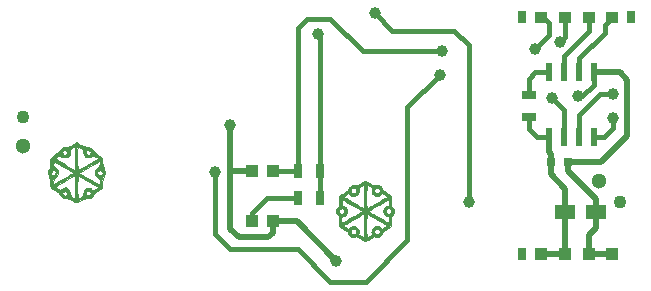
<source format=gbr>
G04 #@! TF.FileFunction,Copper,L2,Bot,Signal*
%FSLAX46Y46*%
G04 Gerber Fmt 4.6, Leading zero omitted, Abs format (unit mm)*
G04 Created by KiCad (PCBNEW 4.0.0-rc2-stable) date 2016-09-06 13:17:37*
%MOMM*%
G01*
G04 APERTURE LIST*
%ADD10C,0.100000*%
%ADD11C,0.010000*%
%ADD12R,0.800000X0.750000*%
%ADD13R,1.800000X1.230000*%
%ADD14C,1.300000*%
%ADD15C,1.100000*%
%ADD16R,0.750000X1.000000*%
%ADD17R,0.600000X1.520000*%
%ADD18R,1.000000X1.000000*%
%ADD19R,1.300000X0.700000*%
%ADD20R,0.700000X1.300000*%
%ADD21C,1.000000*%
%ADD22C,0.500000*%
%ADD23C,0.400000*%
G04 APERTURE END LIST*
D10*
D11*
G36*
X118823956Y-83896405D02*
X119114321Y-84033610D01*
X119427580Y-84123655D01*
X119467749Y-84129988D01*
X119738784Y-84203573D01*
X119892567Y-84348629D01*
X119907036Y-84375477D01*
X120039746Y-84540067D01*
X120256690Y-84719236D01*
X120353949Y-84782442D01*
X120566600Y-84923269D01*
X120668389Y-85054564D01*
X120699590Y-85243162D01*
X120701333Y-85358937D01*
X120736749Y-85660252D01*
X120824404Y-85939618D01*
X120849500Y-85989138D01*
X120942621Y-86176637D01*
X120945368Y-86314507D01*
X120857742Y-86496317D01*
X120849500Y-86510861D01*
X120754218Y-86769585D01*
X120703974Y-87086975D01*
X120701333Y-87167644D01*
X120691545Y-87405742D01*
X120637135Y-87555943D01*
X120500536Y-87679976D01*
X120320333Y-87793698D01*
X120104623Y-87946301D01*
X119966522Y-88086852D01*
X119939333Y-88149936D01*
X119862669Y-88297867D01*
X119663449Y-88406681D01*
X119387827Y-88451753D01*
X119373399Y-88451891D01*
X119136187Y-88499736D01*
X118890147Y-88614706D01*
X118881000Y-88620666D01*
X118633914Y-88752197D01*
X118424162Y-88763445D01*
X118181549Y-88653879D01*
X118119000Y-88614923D01*
X117864641Y-88500521D01*
X117606057Y-88451795D01*
X117602955Y-88451779D01*
X117370758Y-88398274D01*
X117171545Y-88267406D01*
X117065546Y-88102476D01*
X117060666Y-88061898D01*
X117028165Y-88022505D01*
X117322093Y-88022505D01*
X117363796Y-88165931D01*
X117404491Y-88200521D01*
X117579375Y-88235355D01*
X117700960Y-88139482D01*
X117721309Y-87996057D01*
X117634037Y-87844638D01*
X117527492Y-87816333D01*
X117384790Y-87880575D01*
X117322093Y-88022505D01*
X117028165Y-88022505D01*
X116992465Y-87979237D01*
X116817999Y-87855040D01*
X116679666Y-87774000D01*
X116454690Y-87641366D01*
X116342052Y-87523892D01*
X116339058Y-87511348D01*
X116722000Y-87511348D01*
X116789876Y-87592385D01*
X116916404Y-87666062D01*
X117120640Y-87707443D01*
X117271253Y-87637319D01*
X117443594Y-87543669D01*
X117542515Y-87520000D01*
X117714305Y-87591523D01*
X117877108Y-87764374D01*
X117979417Y-87975971D01*
X117992000Y-88066126D01*
X118063929Y-88273837D01*
X118236380Y-88419794D01*
X118351833Y-88448758D01*
X118376826Y-88370729D01*
X118397189Y-88156686D01*
X118410744Y-87839934D01*
X118415333Y-87477666D01*
X118584666Y-87477666D01*
X118589306Y-87927020D01*
X118608427Y-88226183D01*
X118649832Y-88394168D01*
X118721324Y-88449985D01*
X118830705Y-88412647D01*
X118937892Y-88338304D01*
X119043281Y-88183378D01*
X119105710Y-87954589D01*
X119107226Y-87940359D01*
X119116543Y-87902078D01*
X119292203Y-87902078D01*
X119292296Y-88080620D01*
X119403770Y-88199386D01*
X119572485Y-88208820D01*
X119609557Y-88192575D01*
X119737823Y-88110923D01*
X119770000Y-88074279D01*
X119711926Y-87900031D01*
X119576102Y-87795860D01*
X119420121Y-87782522D01*
X119301575Y-87880775D01*
X119292203Y-87902078D01*
X119116543Y-87902078D01*
X119161284Y-87718255D01*
X119297279Y-87597319D01*
X119369164Y-87568216D01*
X119574072Y-87530925D01*
X119724587Y-87608291D01*
X119742389Y-87625436D01*
X119855368Y-87712716D01*
X119975736Y-87707112D01*
X120131110Y-87635393D01*
X120292185Y-87542475D01*
X120316637Y-87478312D01*
X120223551Y-87401655D01*
X120036802Y-87284255D01*
X119774510Y-87127901D01*
X119474085Y-86953807D01*
X119172933Y-86783189D01*
X118908463Y-86637262D01*
X118718084Y-86537241D01*
X118640725Y-86504000D01*
X118618654Y-86583089D01*
X118600675Y-86798076D01*
X118588710Y-87115539D01*
X118584666Y-87477666D01*
X118415333Y-87477666D01*
X118411512Y-87094327D01*
X118401125Y-86782038D01*
X118385788Y-86574222D01*
X118368293Y-86504000D01*
X118267229Y-86545323D01*
X118064631Y-86654687D01*
X117796311Y-86810177D01*
X117498079Y-86989882D01*
X117205747Y-87171890D01*
X116955126Y-87334286D01*
X116782028Y-87455160D01*
X116722000Y-87511348D01*
X116339058Y-87511348D01*
X116302992Y-87360295D01*
X116298666Y-87171612D01*
X116272974Y-86876885D01*
X116208673Y-86614971D01*
X116181013Y-86550579D01*
X116107779Y-86303481D01*
X116111752Y-86261715D01*
X116327647Y-86261715D01*
X116349856Y-86417955D01*
X116467314Y-86501674D01*
X116497309Y-86504000D01*
X116646982Y-86444123D01*
X116725526Y-86372750D01*
X116787539Y-86248069D01*
X116716442Y-86124147D01*
X116693560Y-86100607D01*
X116574162Y-86005935D01*
X116475932Y-86040024D01*
X116414088Y-86098291D01*
X116327647Y-86261715D01*
X116111752Y-86261715D01*
X116129292Y-86077338D01*
X116224219Y-85947350D01*
X116265794Y-85843524D01*
X116292816Y-85626113D01*
X116294552Y-85572666D01*
X116552666Y-85572666D01*
X116575447Y-85751034D01*
X116630331Y-85826648D01*
X116631285Y-85826666D01*
X116782112Y-85898956D01*
X116913140Y-86071366D01*
X116975434Y-86277210D01*
X116976000Y-86296429D01*
X116899301Y-86510915D01*
X116764333Y-86638785D01*
X116588996Y-86833833D01*
X116552666Y-87027951D01*
X116552666Y-87278427D01*
X117039500Y-87002483D01*
X117368433Y-86813068D01*
X117703809Y-86615313D01*
X117897930Y-86497962D01*
X118264853Y-86272261D01*
X118743414Y-86272261D01*
X119574207Y-86764767D01*
X119909787Y-86960944D01*
X120192156Y-87120844D01*
X120389616Y-87226856D01*
X120468500Y-87261636D01*
X120513984Y-87191694D01*
X120532000Y-87025590D01*
X120476987Y-86807766D01*
X120322669Y-86689802D01*
X120144464Y-86537844D01*
X120055488Y-86363932D01*
X120045494Y-86244947D01*
X120278000Y-86244947D01*
X120335823Y-86436888D01*
X120475297Y-86506281D01*
X120645425Y-86435835D01*
X120693888Y-86385970D01*
X120742525Y-86260231D01*
X120659472Y-86135567D01*
X120493096Y-86048441D01*
X120345857Y-86087092D01*
X120278210Y-86234185D01*
X120278000Y-86244947D01*
X120045494Y-86244947D01*
X120040938Y-86190705D01*
X120121048Y-86044188D01*
X120264819Y-85910387D01*
X120419591Y-85738077D01*
X120515623Y-85551375D01*
X120538220Y-85396704D01*
X120472691Y-85320483D01*
X120452104Y-85318666D01*
X120350688Y-85359217D01*
X120136946Y-85469151D01*
X119843851Y-85630888D01*
X119557811Y-85795464D01*
X118743414Y-86272261D01*
X118264853Y-86272261D01*
X118269527Y-86269386D01*
X117461822Y-85794026D01*
X117132308Y-85602638D01*
X116857999Y-85448088D01*
X116670592Y-85347928D01*
X116603392Y-85318666D01*
X116567751Y-85392358D01*
X116552669Y-85569870D01*
X116552666Y-85572666D01*
X116294552Y-85572666D01*
X116298666Y-85446087D01*
X116305672Y-85178669D01*
X116341169Y-85046478D01*
X116723150Y-85046478D01*
X116790607Y-85103002D01*
X116968852Y-85223598D01*
X117222676Y-85386557D01*
X117516872Y-85570163D01*
X117816232Y-85752705D01*
X118085549Y-85912470D01*
X118289614Y-86027746D01*
X118393222Y-86076819D01*
X118394166Y-86077001D01*
X118402327Y-85999257D01*
X118409027Y-85784712D01*
X118413588Y-85465894D01*
X118415331Y-85075335D01*
X118415333Y-85062492D01*
X118415333Y-85022333D01*
X118584666Y-85022333D01*
X118592584Y-85509351D01*
X118616398Y-85828717D01*
X118656197Y-85981372D01*
X118677725Y-85996000D01*
X118784630Y-85955188D01*
X119002856Y-85844588D01*
X119298773Y-85681952D01*
X119581135Y-85519082D01*
X120391486Y-85042165D01*
X120156072Y-84918819D01*
X119953169Y-84844907D01*
X119828396Y-84887737D01*
X119653083Y-84965538D01*
X119419822Y-84969788D01*
X119222514Y-84901871D01*
X119194266Y-84878400D01*
X119117020Y-84721083D01*
X119092666Y-84549470D01*
X119053044Y-84430744D01*
X119292203Y-84430744D01*
X119301143Y-84585442D01*
X119392148Y-84740119D01*
X119515674Y-84810666D01*
X119516000Y-84810666D01*
X119617137Y-84753186D01*
X119685333Y-84683666D01*
X119748052Y-84548153D01*
X119685333Y-84429666D01*
X119521765Y-84316047D01*
X119366989Y-84334499D01*
X119292203Y-84430744D01*
X119053044Y-84430744D01*
X119028256Y-84356471D01*
X118874877Y-84171387D01*
X118692308Y-84058920D01*
X118629978Y-84048666D01*
X118612139Y-84127758D01*
X118597605Y-84342751D01*
X118587934Y-84660221D01*
X118584666Y-85022333D01*
X118415333Y-85022333D01*
X118415333Y-84044318D01*
X118172396Y-84169945D01*
X118000416Y-84294149D01*
X117960736Y-84445546D01*
X117968045Y-84497423D01*
X117939769Y-84729046D01*
X117866268Y-84839636D01*
X117669691Y-84947151D01*
X117424941Y-84976200D01*
X117214951Y-84921070D01*
X117171356Y-84887489D01*
X117043088Y-84854595D01*
X116873972Y-84897444D01*
X116746119Y-84986908D01*
X116723150Y-85046478D01*
X116341169Y-85046478D01*
X116348425Y-85019458D01*
X116459524Y-84907355D01*
X116645633Y-84795828D01*
X116885942Y-84625118D01*
X117000685Y-84505818D01*
X117326475Y-84505818D01*
X117347685Y-84689924D01*
X117448696Y-84796699D01*
X117577687Y-84780525D01*
X117675920Y-84663895D01*
X117695666Y-84556666D01*
X117640945Y-84373344D01*
X117547243Y-84318735D01*
X117401168Y-84358406D01*
X117326475Y-84505818D01*
X117000685Y-84505818D01*
X117073066Y-84430563D01*
X117113474Y-84367077D01*
X117251494Y-84191321D01*
X117457298Y-84133612D01*
X117507340Y-84132313D01*
X117746189Y-84088964D01*
X118032306Y-83980687D01*
X118150127Y-83919897D01*
X118519922Y-83708501D01*
X118823956Y-83896405D01*
X118823956Y-83896405D01*
G37*
X118823956Y-83896405D02*
X119114321Y-84033610D01*
X119427580Y-84123655D01*
X119467749Y-84129988D01*
X119738784Y-84203573D01*
X119892567Y-84348629D01*
X119907036Y-84375477D01*
X120039746Y-84540067D01*
X120256690Y-84719236D01*
X120353949Y-84782442D01*
X120566600Y-84923269D01*
X120668389Y-85054564D01*
X120699590Y-85243162D01*
X120701333Y-85358937D01*
X120736749Y-85660252D01*
X120824404Y-85939618D01*
X120849500Y-85989138D01*
X120942621Y-86176637D01*
X120945368Y-86314507D01*
X120857742Y-86496317D01*
X120849500Y-86510861D01*
X120754218Y-86769585D01*
X120703974Y-87086975D01*
X120701333Y-87167644D01*
X120691545Y-87405742D01*
X120637135Y-87555943D01*
X120500536Y-87679976D01*
X120320333Y-87793698D01*
X120104623Y-87946301D01*
X119966522Y-88086852D01*
X119939333Y-88149936D01*
X119862669Y-88297867D01*
X119663449Y-88406681D01*
X119387827Y-88451753D01*
X119373399Y-88451891D01*
X119136187Y-88499736D01*
X118890147Y-88614706D01*
X118881000Y-88620666D01*
X118633914Y-88752197D01*
X118424162Y-88763445D01*
X118181549Y-88653879D01*
X118119000Y-88614923D01*
X117864641Y-88500521D01*
X117606057Y-88451795D01*
X117602955Y-88451779D01*
X117370758Y-88398274D01*
X117171545Y-88267406D01*
X117065546Y-88102476D01*
X117060666Y-88061898D01*
X117028165Y-88022505D01*
X117322093Y-88022505D01*
X117363796Y-88165931D01*
X117404491Y-88200521D01*
X117579375Y-88235355D01*
X117700960Y-88139482D01*
X117721309Y-87996057D01*
X117634037Y-87844638D01*
X117527492Y-87816333D01*
X117384790Y-87880575D01*
X117322093Y-88022505D01*
X117028165Y-88022505D01*
X116992465Y-87979237D01*
X116817999Y-87855040D01*
X116679666Y-87774000D01*
X116454690Y-87641366D01*
X116342052Y-87523892D01*
X116339058Y-87511348D01*
X116722000Y-87511348D01*
X116789876Y-87592385D01*
X116916404Y-87666062D01*
X117120640Y-87707443D01*
X117271253Y-87637319D01*
X117443594Y-87543669D01*
X117542515Y-87520000D01*
X117714305Y-87591523D01*
X117877108Y-87764374D01*
X117979417Y-87975971D01*
X117992000Y-88066126D01*
X118063929Y-88273837D01*
X118236380Y-88419794D01*
X118351833Y-88448758D01*
X118376826Y-88370729D01*
X118397189Y-88156686D01*
X118410744Y-87839934D01*
X118415333Y-87477666D01*
X118584666Y-87477666D01*
X118589306Y-87927020D01*
X118608427Y-88226183D01*
X118649832Y-88394168D01*
X118721324Y-88449985D01*
X118830705Y-88412647D01*
X118937892Y-88338304D01*
X119043281Y-88183378D01*
X119105710Y-87954589D01*
X119107226Y-87940359D01*
X119116543Y-87902078D01*
X119292203Y-87902078D01*
X119292296Y-88080620D01*
X119403770Y-88199386D01*
X119572485Y-88208820D01*
X119609557Y-88192575D01*
X119737823Y-88110923D01*
X119770000Y-88074279D01*
X119711926Y-87900031D01*
X119576102Y-87795860D01*
X119420121Y-87782522D01*
X119301575Y-87880775D01*
X119292203Y-87902078D01*
X119116543Y-87902078D01*
X119161284Y-87718255D01*
X119297279Y-87597319D01*
X119369164Y-87568216D01*
X119574072Y-87530925D01*
X119724587Y-87608291D01*
X119742389Y-87625436D01*
X119855368Y-87712716D01*
X119975736Y-87707112D01*
X120131110Y-87635393D01*
X120292185Y-87542475D01*
X120316637Y-87478312D01*
X120223551Y-87401655D01*
X120036802Y-87284255D01*
X119774510Y-87127901D01*
X119474085Y-86953807D01*
X119172933Y-86783189D01*
X118908463Y-86637262D01*
X118718084Y-86537241D01*
X118640725Y-86504000D01*
X118618654Y-86583089D01*
X118600675Y-86798076D01*
X118588710Y-87115539D01*
X118584666Y-87477666D01*
X118415333Y-87477666D01*
X118411512Y-87094327D01*
X118401125Y-86782038D01*
X118385788Y-86574222D01*
X118368293Y-86504000D01*
X118267229Y-86545323D01*
X118064631Y-86654687D01*
X117796311Y-86810177D01*
X117498079Y-86989882D01*
X117205747Y-87171890D01*
X116955126Y-87334286D01*
X116782028Y-87455160D01*
X116722000Y-87511348D01*
X116339058Y-87511348D01*
X116302992Y-87360295D01*
X116298666Y-87171612D01*
X116272974Y-86876885D01*
X116208673Y-86614971D01*
X116181013Y-86550579D01*
X116107779Y-86303481D01*
X116111752Y-86261715D01*
X116327647Y-86261715D01*
X116349856Y-86417955D01*
X116467314Y-86501674D01*
X116497309Y-86504000D01*
X116646982Y-86444123D01*
X116725526Y-86372750D01*
X116787539Y-86248069D01*
X116716442Y-86124147D01*
X116693560Y-86100607D01*
X116574162Y-86005935D01*
X116475932Y-86040024D01*
X116414088Y-86098291D01*
X116327647Y-86261715D01*
X116111752Y-86261715D01*
X116129292Y-86077338D01*
X116224219Y-85947350D01*
X116265794Y-85843524D01*
X116292816Y-85626113D01*
X116294552Y-85572666D01*
X116552666Y-85572666D01*
X116575447Y-85751034D01*
X116630331Y-85826648D01*
X116631285Y-85826666D01*
X116782112Y-85898956D01*
X116913140Y-86071366D01*
X116975434Y-86277210D01*
X116976000Y-86296429D01*
X116899301Y-86510915D01*
X116764333Y-86638785D01*
X116588996Y-86833833D01*
X116552666Y-87027951D01*
X116552666Y-87278427D01*
X117039500Y-87002483D01*
X117368433Y-86813068D01*
X117703809Y-86615313D01*
X117897930Y-86497962D01*
X118264853Y-86272261D01*
X118743414Y-86272261D01*
X119574207Y-86764767D01*
X119909787Y-86960944D01*
X120192156Y-87120844D01*
X120389616Y-87226856D01*
X120468500Y-87261636D01*
X120513984Y-87191694D01*
X120532000Y-87025590D01*
X120476987Y-86807766D01*
X120322669Y-86689802D01*
X120144464Y-86537844D01*
X120055488Y-86363932D01*
X120045494Y-86244947D01*
X120278000Y-86244947D01*
X120335823Y-86436888D01*
X120475297Y-86506281D01*
X120645425Y-86435835D01*
X120693888Y-86385970D01*
X120742525Y-86260231D01*
X120659472Y-86135567D01*
X120493096Y-86048441D01*
X120345857Y-86087092D01*
X120278210Y-86234185D01*
X120278000Y-86244947D01*
X120045494Y-86244947D01*
X120040938Y-86190705D01*
X120121048Y-86044188D01*
X120264819Y-85910387D01*
X120419591Y-85738077D01*
X120515623Y-85551375D01*
X120538220Y-85396704D01*
X120472691Y-85320483D01*
X120452104Y-85318666D01*
X120350688Y-85359217D01*
X120136946Y-85469151D01*
X119843851Y-85630888D01*
X119557811Y-85795464D01*
X118743414Y-86272261D01*
X118264853Y-86272261D01*
X118269527Y-86269386D01*
X117461822Y-85794026D01*
X117132308Y-85602638D01*
X116857999Y-85448088D01*
X116670592Y-85347928D01*
X116603392Y-85318666D01*
X116567751Y-85392358D01*
X116552669Y-85569870D01*
X116552666Y-85572666D01*
X116294552Y-85572666D01*
X116298666Y-85446087D01*
X116305672Y-85178669D01*
X116341169Y-85046478D01*
X116723150Y-85046478D01*
X116790607Y-85103002D01*
X116968852Y-85223598D01*
X117222676Y-85386557D01*
X117516872Y-85570163D01*
X117816232Y-85752705D01*
X118085549Y-85912470D01*
X118289614Y-86027746D01*
X118393222Y-86076819D01*
X118394166Y-86077001D01*
X118402327Y-85999257D01*
X118409027Y-85784712D01*
X118413588Y-85465894D01*
X118415331Y-85075335D01*
X118415333Y-85062492D01*
X118415333Y-85022333D01*
X118584666Y-85022333D01*
X118592584Y-85509351D01*
X118616398Y-85828717D01*
X118656197Y-85981372D01*
X118677725Y-85996000D01*
X118784630Y-85955188D01*
X119002856Y-85844588D01*
X119298773Y-85681952D01*
X119581135Y-85519082D01*
X120391486Y-85042165D01*
X120156072Y-84918819D01*
X119953169Y-84844907D01*
X119828396Y-84887737D01*
X119653083Y-84965538D01*
X119419822Y-84969788D01*
X119222514Y-84901871D01*
X119194266Y-84878400D01*
X119117020Y-84721083D01*
X119092666Y-84549470D01*
X119053044Y-84430744D01*
X119292203Y-84430744D01*
X119301143Y-84585442D01*
X119392148Y-84740119D01*
X119515674Y-84810666D01*
X119516000Y-84810666D01*
X119617137Y-84753186D01*
X119685333Y-84683666D01*
X119748052Y-84548153D01*
X119685333Y-84429666D01*
X119521765Y-84316047D01*
X119366989Y-84334499D01*
X119292203Y-84430744D01*
X119053044Y-84430744D01*
X119028256Y-84356471D01*
X118874877Y-84171387D01*
X118692308Y-84058920D01*
X118629978Y-84048666D01*
X118612139Y-84127758D01*
X118597605Y-84342751D01*
X118587934Y-84660221D01*
X118584666Y-85022333D01*
X118415333Y-85022333D01*
X118415333Y-84044318D01*
X118172396Y-84169945D01*
X118000416Y-84294149D01*
X117960736Y-84445546D01*
X117968045Y-84497423D01*
X117939769Y-84729046D01*
X117866268Y-84839636D01*
X117669691Y-84947151D01*
X117424941Y-84976200D01*
X117214951Y-84921070D01*
X117171356Y-84887489D01*
X117043088Y-84854595D01*
X116873972Y-84897444D01*
X116746119Y-84986908D01*
X116723150Y-85046478D01*
X116341169Y-85046478D01*
X116348425Y-85019458D01*
X116459524Y-84907355D01*
X116645633Y-84795828D01*
X116885942Y-84625118D01*
X117000685Y-84505818D01*
X117326475Y-84505818D01*
X117347685Y-84689924D01*
X117448696Y-84796699D01*
X117577687Y-84780525D01*
X117675920Y-84663895D01*
X117695666Y-84556666D01*
X117640945Y-84373344D01*
X117547243Y-84318735D01*
X117401168Y-84358406D01*
X117326475Y-84505818D01*
X117000685Y-84505818D01*
X117073066Y-84430563D01*
X117113474Y-84367077D01*
X117251494Y-84191321D01*
X117457298Y-84133612D01*
X117507340Y-84132313D01*
X117746189Y-84088964D01*
X118032306Y-83980687D01*
X118150127Y-83919897D01*
X118519922Y-83708501D01*
X118823956Y-83896405D01*
G36*
X143321887Y-87149759D02*
X143451405Y-87224824D01*
X143550250Y-87280090D01*
X143623730Y-87318061D01*
X143677155Y-87341241D01*
X143715833Y-87352134D01*
X143745073Y-87353242D01*
X143751416Y-87352304D01*
X143897778Y-87331060D01*
X144014551Y-87328530D01*
X144110834Y-87346236D01*
X144195723Y-87385703D01*
X144267098Y-87438676D01*
X144330960Y-87511680D01*
X144382556Y-87604147D01*
X144413281Y-87698633D01*
X144418166Y-87744933D01*
X144434142Y-87768204D01*
X144482970Y-87806883D01*
X144566001Y-87861878D01*
X144684586Y-87934096D01*
X144798269Y-88000454D01*
X145178373Y-88219416D01*
X145179269Y-88659271D01*
X145180166Y-89099126D01*
X145257572Y-89167090D01*
X145345084Y-89269962D01*
X145397527Y-89389036D01*
X145414715Y-89516528D01*
X145396464Y-89644659D01*
X145342590Y-89765645D01*
X145273829Y-89851950D01*
X145180166Y-89945614D01*
X145180166Y-90807194D01*
X144805382Y-91026836D01*
X144679238Y-91101019D01*
X144584823Y-91157723D01*
X144517246Y-91200713D01*
X144471620Y-91233754D01*
X144443055Y-91260611D01*
X144426663Y-91285050D01*
X144417554Y-91310835D01*
X144413529Y-91328628D01*
X144367364Y-91459224D01*
X144290229Y-91570042D01*
X144212659Y-91636365D01*
X144092442Y-91694329D01*
X143964139Y-91712577D01*
X143825500Y-91692590D01*
X143709083Y-91661995D01*
X143344050Y-91872164D01*
X143230926Y-91936517D01*
X143129364Y-91992819D01*
X143045377Y-92037857D01*
X142984979Y-92068416D01*
X142954181Y-92081282D01*
X142952467Y-92081487D01*
X142922679Y-92070980D01*
X142867298Y-92043847D01*
X142796945Y-92005387D01*
X142777750Y-91994324D01*
X142694764Y-91945994D01*
X142590963Y-91885562D01*
X142482124Y-91822213D01*
X142417916Y-91784849D01*
X142206250Y-91661691D01*
X142089833Y-91692674D01*
X141951453Y-91710507D01*
X141820760Y-91691894D01*
X141703986Y-91640563D01*
X141607361Y-91560240D01*
X141537117Y-91454651D01*
X141501558Y-91340837D01*
X141485803Y-91248546D01*
X141437910Y-91220594D01*
X141726877Y-91220594D01*
X141732862Y-91305719D01*
X141770967Y-91384770D01*
X141839851Y-91446790D01*
X141926371Y-91483773D01*
X142006527Y-91481774D01*
X142067823Y-91455047D01*
X142141712Y-91391160D01*
X142183702Y-91311207D01*
X142191677Y-91224795D01*
X142163520Y-91141530D01*
X142143178Y-91113036D01*
X142063143Y-91041899D01*
X141977660Y-91012599D01*
X141890350Y-91023471D01*
X141806751Y-91070001D01*
X141751884Y-91138866D01*
X141726877Y-91220594D01*
X141437910Y-91220594D01*
X141115776Y-91032590D01*
X140745750Y-90816633D01*
X140744029Y-90744465D01*
X141106801Y-90744465D01*
X141109194Y-90749525D01*
X141133675Y-90766408D01*
X141186675Y-90799414D01*
X141260027Y-90843545D01*
X141333429Y-90886741D01*
X141540108Y-91007205D01*
X141627147Y-90920165D01*
X141734836Y-90837736D01*
X141850305Y-90792267D01*
X141968158Y-90780489D01*
X142083000Y-90799131D01*
X142189435Y-90844924D01*
X142282067Y-90914597D01*
X142355499Y-91004880D01*
X142404336Y-91112504D01*
X142423182Y-91234198D01*
X142406640Y-91366693D01*
X142400335Y-91388723D01*
X142369384Y-91488863D01*
X142584150Y-91614378D01*
X142669655Y-91663754D01*
X142741850Y-91704328D01*
X142792918Y-91731780D01*
X142814791Y-91741780D01*
X142817975Y-91721685D01*
X142820946Y-91663357D01*
X142823639Y-91570896D01*
X142825989Y-91448401D01*
X142827932Y-91299973D01*
X142829402Y-91129712D01*
X142830335Y-90941716D01*
X142830666Y-90740087D01*
X142830666Y-90736899D01*
X143063500Y-90736899D01*
X143063500Y-90739802D01*
X143063714Y-90981148D01*
X143064409Y-91183097D01*
X143065662Y-91348582D01*
X143067551Y-91480536D01*
X143070154Y-91581894D01*
X143073548Y-91655588D01*
X143077810Y-91704552D01*
X143083018Y-91731721D01*
X143089251Y-91740027D01*
X143089958Y-91739927D01*
X143118006Y-91727175D01*
X143174276Y-91697687D01*
X143250377Y-91655970D01*
X143330644Y-91610687D01*
X143544872Y-91488292D01*
X143516781Y-91409604D01*
X143489331Y-91276134D01*
X143490234Y-91264850D01*
X143723156Y-91264850D01*
X143750347Y-91360565D01*
X143751682Y-91363181D01*
X143810963Y-91437246D01*
X143889588Y-91477701D01*
X143978612Y-91482428D01*
X144069087Y-91449309D01*
X144081661Y-91441329D01*
X144148344Y-91373902D01*
X144180645Y-91290579D01*
X144177782Y-91201213D01*
X144138977Y-91115655D01*
X144110135Y-91081574D01*
X144029729Y-91025780D01*
X143942818Y-91011371D01*
X143862603Y-91033461D01*
X143782270Y-91092425D01*
X143734793Y-91172512D01*
X143723156Y-91264850D01*
X143490234Y-91264850D01*
X143499649Y-91147270D01*
X143543501Y-91029086D01*
X143616653Y-90927660D01*
X143714870Y-90849066D01*
X143833918Y-90799381D01*
X143952500Y-90784396D01*
X144071265Y-90797865D01*
X144177020Y-90841708D01*
X144281054Y-90920854D01*
X144294992Y-90933946D01*
X144372900Y-91008561D01*
X144585727Y-90883988D01*
X144669396Y-90833305D01*
X144737610Y-90788729D01*
X144783098Y-90755238D01*
X144798637Y-90738250D01*
X144780137Y-90721404D01*
X144724628Y-90684166D01*
X144632177Y-90626574D01*
X144502853Y-90548668D01*
X144336720Y-90450488D01*
X144133848Y-90332075D01*
X143894302Y-90193467D01*
X143618151Y-90034704D01*
X143420913Y-89921782D01*
X143314240Y-89861205D01*
X143220383Y-89808679D01*
X143145441Y-89767556D01*
X143095513Y-89741185D01*
X143076955Y-89732833D01*
X143074257Y-89753315D01*
X143071739Y-89812021D01*
X143069457Y-89904844D01*
X143067465Y-90027674D01*
X143065818Y-90176403D01*
X143064572Y-90346922D01*
X143063781Y-90535124D01*
X143063500Y-90736899D01*
X142830666Y-90736899D01*
X142830666Y-89731343D01*
X142783041Y-89756412D01*
X142751428Y-89773922D01*
X142689040Y-89809198D01*
X142601782Y-89858874D01*
X142495561Y-89919584D01*
X142376283Y-89987962D01*
X142312083Y-90024842D01*
X142169372Y-90106866D01*
X142018977Y-90193280D01*
X141871560Y-90277958D01*
X141737784Y-90354776D01*
X141628315Y-90417608D01*
X141613583Y-90426061D01*
X141458067Y-90515607D01*
X141336046Y-90586754D01*
X141244047Y-90641729D01*
X141178596Y-90682761D01*
X141136221Y-90712076D01*
X141113447Y-90731901D01*
X141106801Y-90744465D01*
X140744029Y-90744465D01*
X140735166Y-90373030D01*
X140726015Y-89989427D01*
X140946833Y-89989427D01*
X140946833Y-90252713D01*
X140948674Y-90380512D01*
X140954195Y-90466271D01*
X140963390Y-90509939D01*
X140969831Y-90516000D01*
X140995099Y-90505872D01*
X141050205Y-90477873D01*
X141128491Y-90435573D01*
X141223295Y-90382546D01*
X141292623Y-90342862D01*
X141399368Y-90281212D01*
X141532937Y-90204068D01*
X141683497Y-90117110D01*
X141841212Y-90026017D01*
X141996251Y-89936469D01*
X142068666Y-89894642D01*
X142201787Y-89817821D01*
X142326843Y-89745786D01*
X142437897Y-89681947D01*
X142529010Y-89629713D01*
X142594247Y-89592495D01*
X142624117Y-89575654D01*
X142672763Y-89545673D01*
X142700802Y-89522559D01*
X142703492Y-89517428D01*
X142702830Y-89516767D01*
X143211800Y-89516767D01*
X143228323Y-89536597D01*
X143268091Y-89563917D01*
X143270008Y-89565024D01*
X143304539Y-89584904D01*
X143369733Y-89622526D01*
X143459612Y-89674436D01*
X143568196Y-89737179D01*
X143689504Y-89807302D01*
X143762000Y-89849220D01*
X144003343Y-89988728D01*
X144210485Y-90108339D01*
X144385828Y-90209420D01*
X144531776Y-90293339D01*
X144650730Y-90361467D01*
X144745093Y-90415170D01*
X144817268Y-90455818D01*
X144869658Y-90484779D01*
X144904664Y-90503422D01*
X144924691Y-90513115D01*
X144931458Y-90515342D01*
X144937495Y-90495780D01*
X144942476Y-90441911D01*
X144945914Y-90361759D01*
X144947322Y-90263347D01*
X144947333Y-90253772D01*
X144947333Y-89991544D01*
X144868689Y-89976791D01*
X144767708Y-89947633D01*
X144682913Y-89896855D01*
X144603192Y-89820368D01*
X144524720Y-89705375D01*
X144487129Y-89581029D01*
X144489496Y-89496158D01*
X144720382Y-89496158D01*
X144728898Y-89578758D01*
X144765642Y-89653930D01*
X144827243Y-89713214D01*
X144910332Y-89748147D01*
X144965325Y-89753920D01*
X145027011Y-89742342D01*
X145086686Y-89702418D01*
X145108200Y-89682033D01*
X145154713Y-89628163D01*
X145175632Y-89577031D01*
X145180166Y-89514328D01*
X145162211Y-89421688D01*
X145114105Y-89349919D01*
X145044491Y-89302943D01*
X144962010Y-89284681D01*
X144875303Y-89299052D01*
X144801510Y-89342525D01*
X144743463Y-89414594D01*
X144720382Y-89496158D01*
X144489496Y-89496158D01*
X144490777Y-89450228D01*
X144536021Y-89315867D01*
X144539875Y-89308134D01*
X144615584Y-89197512D01*
X144712887Y-89115636D01*
X144824245Y-89068323D01*
X144859156Y-89061752D01*
X144947333Y-89049926D01*
X144947333Y-88776297D01*
X144946189Y-88675207D01*
X144943059Y-88592349D01*
X144938395Y-88535270D01*
X144932650Y-88511520D01*
X144931458Y-88511407D01*
X144907645Y-88524975D01*
X144852184Y-88556797D01*
X144770102Y-88603980D01*
X144666422Y-88663629D01*
X144546171Y-88732851D01*
X144414373Y-88808751D01*
X144276053Y-88888436D01*
X144136236Y-88969010D01*
X143999947Y-89047581D01*
X143872212Y-89121254D01*
X143758056Y-89187135D01*
X143719666Y-89209303D01*
X143606373Y-89274710D01*
X143499171Y-89336554D01*
X143406180Y-89390154D01*
X143335519Y-89430828D01*
X143301625Y-89450287D01*
X143249515Y-89482923D01*
X143217110Y-89508621D01*
X143211800Y-89516767D01*
X142702830Y-89516767D01*
X142686573Y-89500551D01*
X142642122Y-89470273D01*
X142581958Y-89434420D01*
X142525069Y-89402030D01*
X142436719Y-89351363D01*
X142322060Y-89285394D01*
X142186244Y-89207099D01*
X142034422Y-89119451D01*
X141871746Y-89025428D01*
X141703367Y-88928003D01*
X141534437Y-88830153D01*
X141370107Y-88734852D01*
X141262387Y-88672306D01*
X141163168Y-88615176D01*
X141076860Y-88566447D01*
X141010037Y-88529757D01*
X140969277Y-88508741D01*
X140960130Y-88505166D01*
X140955098Y-88524998D01*
X140951758Y-88579205D01*
X140950365Y-88659852D01*
X140951172Y-88759006D01*
X140951492Y-88774712D01*
X140957416Y-89044258D01*
X141031500Y-89057548D01*
X141139826Y-89086055D01*
X141226083Y-89133054D01*
X141293231Y-89191642D01*
X141362323Y-89286492D01*
X141408198Y-89402227D01*
X141425278Y-89522146D01*
X141421648Y-89576039D01*
X141384493Y-89698824D01*
X141315985Y-89808491D01*
X141223732Y-89897008D01*
X141115341Y-89956342D01*
X141043957Y-89974862D01*
X140946833Y-89989427D01*
X140726015Y-89989427D01*
X140724583Y-89929427D01*
X140654863Y-89870801D01*
X140565858Y-89769385D01*
X140512280Y-89647033D01*
X140496567Y-89521249D01*
X140724523Y-89521249D01*
X140746874Y-89608982D01*
X140810312Y-89688575D01*
X140812663Y-89690658D01*
X140896838Y-89742238D01*
X140985013Y-89751769D01*
X141072030Y-89723182D01*
X141120446Y-89683507D01*
X141162914Y-89625499D01*
X141168667Y-89614303D01*
X141191920Y-89522448D01*
X141178315Y-89435621D01*
X141133199Y-89362145D01*
X141061919Y-89310345D01*
X140969822Y-89288543D01*
X140959271Y-89288333D01*
X140860982Y-89305070D01*
X140787733Y-89355800D01*
X140743780Y-89427366D01*
X140724523Y-89521249D01*
X140496567Y-89521249D01*
X140496556Y-89521166D01*
X140513947Y-89383600D01*
X140566143Y-89266328D01*
X140650756Y-89166607D01*
X140735097Y-89087250D01*
X140735265Y-88653333D01*
X140735404Y-88295490D01*
X141095209Y-88295490D01*
X141112840Y-88308630D01*
X141163006Y-88340211D01*
X141241467Y-88387711D01*
X141343983Y-88448606D01*
X141466312Y-88520371D01*
X141604214Y-88600482D01*
X141714125Y-88663844D01*
X141874946Y-88756388D01*
X142035881Y-88849233D01*
X142190162Y-88938456D01*
X142331022Y-89020138D01*
X142451696Y-89090357D01*
X142545415Y-89145194D01*
X142576666Y-89163614D01*
X142666611Y-89216666D01*
X142742364Y-89261055D01*
X142797067Y-89292784D01*
X142823861Y-89307857D01*
X142825375Y-89308552D01*
X142826431Y-89288260D01*
X142827418Y-89229723D01*
X142828313Y-89137025D01*
X142829095Y-89014254D01*
X142829742Y-88865496D01*
X142830234Y-88694839D01*
X142830549Y-88506368D01*
X142830666Y-88304171D01*
X142830666Y-88304083D01*
X143063500Y-88304083D01*
X143063710Y-88505859D01*
X143064312Y-88694115D01*
X143065265Y-88864741D01*
X143066525Y-89013624D01*
X143068052Y-89136653D01*
X143069801Y-89229717D01*
X143071733Y-89288702D01*
X143073803Y-89309498D01*
X143073819Y-89309500D01*
X143094961Y-89299372D01*
X143145188Y-89271731D01*
X143217194Y-89230689D01*
X143303671Y-89180357D01*
X143311944Y-89175494D01*
X143386316Y-89131995D01*
X143491017Y-89071114D01*
X143619665Y-88996542D01*
X143765875Y-88911976D01*
X143923265Y-88821107D01*
X144085449Y-88727631D01*
X144180041Y-88673190D01*
X144329279Y-88587034D01*
X144466149Y-88507413D01*
X144586487Y-88436796D01*
X144686131Y-88377651D01*
X144760918Y-88332448D01*
X144806684Y-88303655D01*
X144819658Y-88293904D01*
X144802114Y-88279799D01*
X144754767Y-88249366D01*
X144684729Y-88207005D01*
X144599106Y-88157119D01*
X144594251Y-88154339D01*
X144369519Y-88025761D01*
X144279570Y-88115710D01*
X144168658Y-88199141D01*
X144044537Y-88243462D01*
X143911926Y-88247908D01*
X143775548Y-88211719D01*
X143751416Y-88201043D01*
X143665390Y-88154506D01*
X143605687Y-88103030D01*
X143558609Y-88032621D01*
X143530795Y-87975619D01*
X143494611Y-87853601D01*
X143492896Y-87785500D01*
X143730250Y-87785500D01*
X143733673Y-87855119D01*
X143748921Y-87901110D01*
X143783461Y-87941955D01*
X143799375Y-87956569D01*
X143884561Y-88009487D01*
X143972190Y-88020708D01*
X144058197Y-87990362D01*
X144113366Y-87946366D01*
X144160580Y-87891102D01*
X144181458Y-87838556D01*
X144185333Y-87785500D01*
X144178816Y-87720660D01*
X144153180Y-87669234D01*
X144113366Y-87624633D01*
X144030760Y-87566262D01*
X143943783Y-87549368D01*
X143856500Y-87574083D01*
X143799375Y-87614430D01*
X143757282Y-87657453D01*
X143736813Y-87699854D01*
X143730500Y-87760112D01*
X143730250Y-87785500D01*
X143492896Y-87785500D01*
X143491468Y-87728858D01*
X143516977Y-87627329D01*
X143534531Y-87573391D01*
X143529412Y-87543271D01*
X143522268Y-87536137D01*
X143484972Y-87511505D01*
X143424081Y-87475317D01*
X143348980Y-87432698D01*
X143269054Y-87388773D01*
X143193686Y-87348668D01*
X143132261Y-87317508D01*
X143094164Y-87300417D01*
X143087446Y-87298666D01*
X143081464Y-87311447D01*
X143076440Y-87351229D01*
X143072320Y-87420172D01*
X143069055Y-87520436D01*
X143066592Y-87654181D01*
X143064879Y-87823566D01*
X143063867Y-88030751D01*
X143063502Y-88277896D01*
X143063500Y-88304083D01*
X142830666Y-88304083D01*
X142830666Y-87279009D01*
X142603125Y-87412181D01*
X142495959Y-87477717D01*
X142423553Y-87528387D01*
X142387353Y-87563117D01*
X142383499Y-87575468D01*
X142413037Y-87714385D01*
X142419472Y-87827859D01*
X142401916Y-87926483D01*
X142359479Y-88020853D01*
X142343936Y-88046511D01*
X142271801Y-88130984D01*
X142172781Y-88195142D01*
X142035893Y-88242634D01*
X141902179Y-88248475D01*
X141774835Y-88213136D01*
X141657059Y-88137084D01*
X141634016Y-88116152D01*
X141539906Y-88025979D01*
X141317663Y-88154448D01*
X141232045Y-88204905D01*
X141161695Y-88248205D01*
X141113721Y-88279838D01*
X141095235Y-88295297D01*
X141095209Y-88295490D01*
X140735404Y-88295490D01*
X140735434Y-88219416D01*
X140804092Y-88180193D01*
X140861150Y-88147961D01*
X140935851Y-88106222D01*
X140989166Y-88076654D01*
X141060903Y-88035979D01*
X141125238Y-87997743D01*
X141158500Y-87976640D01*
X141203105Y-87948842D01*
X141270926Y-87909127D01*
X141347929Y-87865698D01*
X141354291Y-87862185D01*
X141428585Y-87819066D01*
X141472140Y-87786534D01*
X141487132Y-87765143D01*
X141721714Y-87765143D01*
X141722384Y-87811295D01*
X141737966Y-87856586D01*
X141791147Y-87940272D01*
X141863451Y-87995171D01*
X141945955Y-88018872D01*
X142029735Y-88008962D01*
X142105867Y-87963032D01*
X142111544Y-87957545D01*
X142172463Y-87873098D01*
X142193353Y-87783539D01*
X142187226Y-87733587D01*
X142147605Y-87648602D01*
X142084252Y-87590822D01*
X142006340Y-87560824D01*
X141923047Y-87559183D01*
X141843547Y-87586476D01*
X141777016Y-87643279D01*
X141741150Y-87705588D01*
X141721714Y-87765143D01*
X141487132Y-87765143D01*
X141492606Y-87757333D01*
X141497631Y-87726255D01*
X141512962Y-87646966D01*
X141552163Y-87557706D01*
X141606712Y-87475762D01*
X141637372Y-87442664D01*
X141737723Y-87373769D01*
X141856092Y-87332007D01*
X141979650Y-87319838D01*
X142095570Y-87339719D01*
X142121583Y-87349865D01*
X142142737Y-87358955D01*
X142162524Y-87364115D01*
X142185562Y-87363241D01*
X142216470Y-87354229D01*
X142259867Y-87334976D01*
X142320371Y-87303377D01*
X142402601Y-87257330D01*
X142511177Y-87194730D01*
X142650716Y-87113474D01*
X142686887Y-87092385D01*
X142955857Y-86935576D01*
X143321887Y-87149759D01*
X143321887Y-87149759D01*
G37*
X143321887Y-87149759D02*
X143451405Y-87224824D01*
X143550250Y-87280090D01*
X143623730Y-87318061D01*
X143677155Y-87341241D01*
X143715833Y-87352134D01*
X143745073Y-87353242D01*
X143751416Y-87352304D01*
X143897778Y-87331060D01*
X144014551Y-87328530D01*
X144110834Y-87346236D01*
X144195723Y-87385703D01*
X144267098Y-87438676D01*
X144330960Y-87511680D01*
X144382556Y-87604147D01*
X144413281Y-87698633D01*
X144418166Y-87744933D01*
X144434142Y-87768204D01*
X144482970Y-87806883D01*
X144566001Y-87861878D01*
X144684586Y-87934096D01*
X144798269Y-88000454D01*
X145178373Y-88219416D01*
X145179269Y-88659271D01*
X145180166Y-89099126D01*
X145257572Y-89167090D01*
X145345084Y-89269962D01*
X145397527Y-89389036D01*
X145414715Y-89516528D01*
X145396464Y-89644659D01*
X145342590Y-89765645D01*
X145273829Y-89851950D01*
X145180166Y-89945614D01*
X145180166Y-90807194D01*
X144805382Y-91026836D01*
X144679238Y-91101019D01*
X144584823Y-91157723D01*
X144517246Y-91200713D01*
X144471620Y-91233754D01*
X144443055Y-91260611D01*
X144426663Y-91285050D01*
X144417554Y-91310835D01*
X144413529Y-91328628D01*
X144367364Y-91459224D01*
X144290229Y-91570042D01*
X144212659Y-91636365D01*
X144092442Y-91694329D01*
X143964139Y-91712577D01*
X143825500Y-91692590D01*
X143709083Y-91661995D01*
X143344050Y-91872164D01*
X143230926Y-91936517D01*
X143129364Y-91992819D01*
X143045377Y-92037857D01*
X142984979Y-92068416D01*
X142954181Y-92081282D01*
X142952467Y-92081487D01*
X142922679Y-92070980D01*
X142867298Y-92043847D01*
X142796945Y-92005387D01*
X142777750Y-91994324D01*
X142694764Y-91945994D01*
X142590963Y-91885562D01*
X142482124Y-91822213D01*
X142417916Y-91784849D01*
X142206250Y-91661691D01*
X142089833Y-91692674D01*
X141951453Y-91710507D01*
X141820760Y-91691894D01*
X141703986Y-91640563D01*
X141607361Y-91560240D01*
X141537117Y-91454651D01*
X141501558Y-91340837D01*
X141485803Y-91248546D01*
X141437910Y-91220594D01*
X141726877Y-91220594D01*
X141732862Y-91305719D01*
X141770967Y-91384770D01*
X141839851Y-91446790D01*
X141926371Y-91483773D01*
X142006527Y-91481774D01*
X142067823Y-91455047D01*
X142141712Y-91391160D01*
X142183702Y-91311207D01*
X142191677Y-91224795D01*
X142163520Y-91141530D01*
X142143178Y-91113036D01*
X142063143Y-91041899D01*
X141977660Y-91012599D01*
X141890350Y-91023471D01*
X141806751Y-91070001D01*
X141751884Y-91138866D01*
X141726877Y-91220594D01*
X141437910Y-91220594D01*
X141115776Y-91032590D01*
X140745750Y-90816633D01*
X140744029Y-90744465D01*
X141106801Y-90744465D01*
X141109194Y-90749525D01*
X141133675Y-90766408D01*
X141186675Y-90799414D01*
X141260027Y-90843545D01*
X141333429Y-90886741D01*
X141540108Y-91007205D01*
X141627147Y-90920165D01*
X141734836Y-90837736D01*
X141850305Y-90792267D01*
X141968158Y-90780489D01*
X142083000Y-90799131D01*
X142189435Y-90844924D01*
X142282067Y-90914597D01*
X142355499Y-91004880D01*
X142404336Y-91112504D01*
X142423182Y-91234198D01*
X142406640Y-91366693D01*
X142400335Y-91388723D01*
X142369384Y-91488863D01*
X142584150Y-91614378D01*
X142669655Y-91663754D01*
X142741850Y-91704328D01*
X142792918Y-91731780D01*
X142814791Y-91741780D01*
X142817975Y-91721685D01*
X142820946Y-91663357D01*
X142823639Y-91570896D01*
X142825989Y-91448401D01*
X142827932Y-91299973D01*
X142829402Y-91129712D01*
X142830335Y-90941716D01*
X142830666Y-90740087D01*
X142830666Y-90736899D01*
X143063500Y-90736899D01*
X143063500Y-90739802D01*
X143063714Y-90981148D01*
X143064409Y-91183097D01*
X143065662Y-91348582D01*
X143067551Y-91480536D01*
X143070154Y-91581894D01*
X143073548Y-91655588D01*
X143077810Y-91704552D01*
X143083018Y-91731721D01*
X143089251Y-91740027D01*
X143089958Y-91739927D01*
X143118006Y-91727175D01*
X143174276Y-91697687D01*
X143250377Y-91655970D01*
X143330644Y-91610687D01*
X143544872Y-91488292D01*
X143516781Y-91409604D01*
X143489331Y-91276134D01*
X143490234Y-91264850D01*
X143723156Y-91264850D01*
X143750347Y-91360565D01*
X143751682Y-91363181D01*
X143810963Y-91437246D01*
X143889588Y-91477701D01*
X143978612Y-91482428D01*
X144069087Y-91449309D01*
X144081661Y-91441329D01*
X144148344Y-91373902D01*
X144180645Y-91290579D01*
X144177782Y-91201213D01*
X144138977Y-91115655D01*
X144110135Y-91081574D01*
X144029729Y-91025780D01*
X143942818Y-91011371D01*
X143862603Y-91033461D01*
X143782270Y-91092425D01*
X143734793Y-91172512D01*
X143723156Y-91264850D01*
X143490234Y-91264850D01*
X143499649Y-91147270D01*
X143543501Y-91029086D01*
X143616653Y-90927660D01*
X143714870Y-90849066D01*
X143833918Y-90799381D01*
X143952500Y-90784396D01*
X144071265Y-90797865D01*
X144177020Y-90841708D01*
X144281054Y-90920854D01*
X144294992Y-90933946D01*
X144372900Y-91008561D01*
X144585727Y-90883988D01*
X144669396Y-90833305D01*
X144737610Y-90788729D01*
X144783098Y-90755238D01*
X144798637Y-90738250D01*
X144780137Y-90721404D01*
X144724628Y-90684166D01*
X144632177Y-90626574D01*
X144502853Y-90548668D01*
X144336720Y-90450488D01*
X144133848Y-90332075D01*
X143894302Y-90193467D01*
X143618151Y-90034704D01*
X143420913Y-89921782D01*
X143314240Y-89861205D01*
X143220383Y-89808679D01*
X143145441Y-89767556D01*
X143095513Y-89741185D01*
X143076955Y-89732833D01*
X143074257Y-89753315D01*
X143071739Y-89812021D01*
X143069457Y-89904844D01*
X143067465Y-90027674D01*
X143065818Y-90176403D01*
X143064572Y-90346922D01*
X143063781Y-90535124D01*
X143063500Y-90736899D01*
X142830666Y-90736899D01*
X142830666Y-89731343D01*
X142783041Y-89756412D01*
X142751428Y-89773922D01*
X142689040Y-89809198D01*
X142601782Y-89858874D01*
X142495561Y-89919584D01*
X142376283Y-89987962D01*
X142312083Y-90024842D01*
X142169372Y-90106866D01*
X142018977Y-90193280D01*
X141871560Y-90277958D01*
X141737784Y-90354776D01*
X141628315Y-90417608D01*
X141613583Y-90426061D01*
X141458067Y-90515607D01*
X141336046Y-90586754D01*
X141244047Y-90641729D01*
X141178596Y-90682761D01*
X141136221Y-90712076D01*
X141113447Y-90731901D01*
X141106801Y-90744465D01*
X140744029Y-90744465D01*
X140735166Y-90373030D01*
X140726015Y-89989427D01*
X140946833Y-89989427D01*
X140946833Y-90252713D01*
X140948674Y-90380512D01*
X140954195Y-90466271D01*
X140963390Y-90509939D01*
X140969831Y-90516000D01*
X140995099Y-90505872D01*
X141050205Y-90477873D01*
X141128491Y-90435573D01*
X141223295Y-90382546D01*
X141292623Y-90342862D01*
X141399368Y-90281212D01*
X141532937Y-90204068D01*
X141683497Y-90117110D01*
X141841212Y-90026017D01*
X141996251Y-89936469D01*
X142068666Y-89894642D01*
X142201787Y-89817821D01*
X142326843Y-89745786D01*
X142437897Y-89681947D01*
X142529010Y-89629713D01*
X142594247Y-89592495D01*
X142624117Y-89575654D01*
X142672763Y-89545673D01*
X142700802Y-89522559D01*
X142703492Y-89517428D01*
X142702830Y-89516767D01*
X143211800Y-89516767D01*
X143228323Y-89536597D01*
X143268091Y-89563917D01*
X143270008Y-89565024D01*
X143304539Y-89584904D01*
X143369733Y-89622526D01*
X143459612Y-89674436D01*
X143568196Y-89737179D01*
X143689504Y-89807302D01*
X143762000Y-89849220D01*
X144003343Y-89988728D01*
X144210485Y-90108339D01*
X144385828Y-90209420D01*
X144531776Y-90293339D01*
X144650730Y-90361467D01*
X144745093Y-90415170D01*
X144817268Y-90455818D01*
X144869658Y-90484779D01*
X144904664Y-90503422D01*
X144924691Y-90513115D01*
X144931458Y-90515342D01*
X144937495Y-90495780D01*
X144942476Y-90441911D01*
X144945914Y-90361759D01*
X144947322Y-90263347D01*
X144947333Y-90253772D01*
X144947333Y-89991544D01*
X144868689Y-89976791D01*
X144767708Y-89947633D01*
X144682913Y-89896855D01*
X144603192Y-89820368D01*
X144524720Y-89705375D01*
X144487129Y-89581029D01*
X144489496Y-89496158D01*
X144720382Y-89496158D01*
X144728898Y-89578758D01*
X144765642Y-89653930D01*
X144827243Y-89713214D01*
X144910332Y-89748147D01*
X144965325Y-89753920D01*
X145027011Y-89742342D01*
X145086686Y-89702418D01*
X145108200Y-89682033D01*
X145154713Y-89628163D01*
X145175632Y-89577031D01*
X145180166Y-89514328D01*
X145162211Y-89421688D01*
X145114105Y-89349919D01*
X145044491Y-89302943D01*
X144962010Y-89284681D01*
X144875303Y-89299052D01*
X144801510Y-89342525D01*
X144743463Y-89414594D01*
X144720382Y-89496158D01*
X144489496Y-89496158D01*
X144490777Y-89450228D01*
X144536021Y-89315867D01*
X144539875Y-89308134D01*
X144615584Y-89197512D01*
X144712887Y-89115636D01*
X144824245Y-89068323D01*
X144859156Y-89061752D01*
X144947333Y-89049926D01*
X144947333Y-88776297D01*
X144946189Y-88675207D01*
X144943059Y-88592349D01*
X144938395Y-88535270D01*
X144932650Y-88511520D01*
X144931458Y-88511407D01*
X144907645Y-88524975D01*
X144852184Y-88556797D01*
X144770102Y-88603980D01*
X144666422Y-88663629D01*
X144546171Y-88732851D01*
X144414373Y-88808751D01*
X144276053Y-88888436D01*
X144136236Y-88969010D01*
X143999947Y-89047581D01*
X143872212Y-89121254D01*
X143758056Y-89187135D01*
X143719666Y-89209303D01*
X143606373Y-89274710D01*
X143499171Y-89336554D01*
X143406180Y-89390154D01*
X143335519Y-89430828D01*
X143301625Y-89450287D01*
X143249515Y-89482923D01*
X143217110Y-89508621D01*
X143211800Y-89516767D01*
X142702830Y-89516767D01*
X142686573Y-89500551D01*
X142642122Y-89470273D01*
X142581958Y-89434420D01*
X142525069Y-89402030D01*
X142436719Y-89351363D01*
X142322060Y-89285394D01*
X142186244Y-89207099D01*
X142034422Y-89119451D01*
X141871746Y-89025428D01*
X141703367Y-88928003D01*
X141534437Y-88830153D01*
X141370107Y-88734852D01*
X141262387Y-88672306D01*
X141163168Y-88615176D01*
X141076860Y-88566447D01*
X141010037Y-88529757D01*
X140969277Y-88508741D01*
X140960130Y-88505166D01*
X140955098Y-88524998D01*
X140951758Y-88579205D01*
X140950365Y-88659852D01*
X140951172Y-88759006D01*
X140951492Y-88774712D01*
X140957416Y-89044258D01*
X141031500Y-89057548D01*
X141139826Y-89086055D01*
X141226083Y-89133054D01*
X141293231Y-89191642D01*
X141362323Y-89286492D01*
X141408198Y-89402227D01*
X141425278Y-89522146D01*
X141421648Y-89576039D01*
X141384493Y-89698824D01*
X141315985Y-89808491D01*
X141223732Y-89897008D01*
X141115341Y-89956342D01*
X141043957Y-89974862D01*
X140946833Y-89989427D01*
X140726015Y-89989427D01*
X140724583Y-89929427D01*
X140654863Y-89870801D01*
X140565858Y-89769385D01*
X140512280Y-89647033D01*
X140496567Y-89521249D01*
X140724523Y-89521249D01*
X140746874Y-89608982D01*
X140810312Y-89688575D01*
X140812663Y-89690658D01*
X140896838Y-89742238D01*
X140985013Y-89751769D01*
X141072030Y-89723182D01*
X141120446Y-89683507D01*
X141162914Y-89625499D01*
X141168667Y-89614303D01*
X141191920Y-89522448D01*
X141178315Y-89435621D01*
X141133199Y-89362145D01*
X141061919Y-89310345D01*
X140969822Y-89288543D01*
X140959271Y-89288333D01*
X140860982Y-89305070D01*
X140787733Y-89355800D01*
X140743780Y-89427366D01*
X140724523Y-89521249D01*
X140496567Y-89521249D01*
X140496556Y-89521166D01*
X140513947Y-89383600D01*
X140566143Y-89266328D01*
X140650756Y-89166607D01*
X140735097Y-89087250D01*
X140735265Y-88653333D01*
X140735404Y-88295490D01*
X141095209Y-88295490D01*
X141112840Y-88308630D01*
X141163006Y-88340211D01*
X141241467Y-88387711D01*
X141343983Y-88448606D01*
X141466312Y-88520371D01*
X141604214Y-88600482D01*
X141714125Y-88663844D01*
X141874946Y-88756388D01*
X142035881Y-88849233D01*
X142190162Y-88938456D01*
X142331022Y-89020138D01*
X142451696Y-89090357D01*
X142545415Y-89145194D01*
X142576666Y-89163614D01*
X142666611Y-89216666D01*
X142742364Y-89261055D01*
X142797067Y-89292784D01*
X142823861Y-89307857D01*
X142825375Y-89308552D01*
X142826431Y-89288260D01*
X142827418Y-89229723D01*
X142828313Y-89137025D01*
X142829095Y-89014254D01*
X142829742Y-88865496D01*
X142830234Y-88694839D01*
X142830549Y-88506368D01*
X142830666Y-88304171D01*
X142830666Y-88304083D01*
X143063500Y-88304083D01*
X143063710Y-88505859D01*
X143064312Y-88694115D01*
X143065265Y-88864741D01*
X143066525Y-89013624D01*
X143068052Y-89136653D01*
X143069801Y-89229717D01*
X143071733Y-89288702D01*
X143073803Y-89309498D01*
X143073819Y-89309500D01*
X143094961Y-89299372D01*
X143145188Y-89271731D01*
X143217194Y-89230689D01*
X143303671Y-89180357D01*
X143311944Y-89175494D01*
X143386316Y-89131995D01*
X143491017Y-89071114D01*
X143619665Y-88996542D01*
X143765875Y-88911976D01*
X143923265Y-88821107D01*
X144085449Y-88727631D01*
X144180041Y-88673190D01*
X144329279Y-88587034D01*
X144466149Y-88507413D01*
X144586487Y-88436796D01*
X144686131Y-88377651D01*
X144760918Y-88332448D01*
X144806684Y-88303655D01*
X144819658Y-88293904D01*
X144802114Y-88279799D01*
X144754767Y-88249366D01*
X144684729Y-88207005D01*
X144599106Y-88157119D01*
X144594251Y-88154339D01*
X144369519Y-88025761D01*
X144279570Y-88115710D01*
X144168658Y-88199141D01*
X144044537Y-88243462D01*
X143911926Y-88247908D01*
X143775548Y-88211719D01*
X143751416Y-88201043D01*
X143665390Y-88154506D01*
X143605687Y-88103030D01*
X143558609Y-88032621D01*
X143530795Y-87975619D01*
X143494611Y-87853601D01*
X143492896Y-87785500D01*
X143730250Y-87785500D01*
X143733673Y-87855119D01*
X143748921Y-87901110D01*
X143783461Y-87941955D01*
X143799375Y-87956569D01*
X143884561Y-88009487D01*
X143972190Y-88020708D01*
X144058197Y-87990362D01*
X144113366Y-87946366D01*
X144160580Y-87891102D01*
X144181458Y-87838556D01*
X144185333Y-87785500D01*
X144178816Y-87720660D01*
X144153180Y-87669234D01*
X144113366Y-87624633D01*
X144030760Y-87566262D01*
X143943783Y-87549368D01*
X143856500Y-87574083D01*
X143799375Y-87614430D01*
X143757282Y-87657453D01*
X143736813Y-87699854D01*
X143730500Y-87760112D01*
X143730250Y-87785500D01*
X143492896Y-87785500D01*
X143491468Y-87728858D01*
X143516977Y-87627329D01*
X143534531Y-87573391D01*
X143529412Y-87543271D01*
X143522268Y-87536137D01*
X143484972Y-87511505D01*
X143424081Y-87475317D01*
X143348980Y-87432698D01*
X143269054Y-87388773D01*
X143193686Y-87348668D01*
X143132261Y-87317508D01*
X143094164Y-87300417D01*
X143087446Y-87298666D01*
X143081464Y-87311447D01*
X143076440Y-87351229D01*
X143072320Y-87420172D01*
X143069055Y-87520436D01*
X143066592Y-87654181D01*
X143064879Y-87823566D01*
X143063867Y-88030751D01*
X143063502Y-88277896D01*
X143063500Y-88304083D01*
X142830666Y-88304083D01*
X142830666Y-87279009D01*
X142603125Y-87412181D01*
X142495959Y-87477717D01*
X142423553Y-87528387D01*
X142387353Y-87563117D01*
X142383499Y-87575468D01*
X142413037Y-87714385D01*
X142419472Y-87827859D01*
X142401916Y-87926483D01*
X142359479Y-88020853D01*
X142343936Y-88046511D01*
X142271801Y-88130984D01*
X142172781Y-88195142D01*
X142035893Y-88242634D01*
X141902179Y-88248475D01*
X141774835Y-88213136D01*
X141657059Y-88137084D01*
X141634016Y-88116152D01*
X141539906Y-88025979D01*
X141317663Y-88154448D01*
X141232045Y-88204905D01*
X141161695Y-88248205D01*
X141113721Y-88279838D01*
X141095235Y-88295297D01*
X141095209Y-88295490D01*
X140735404Y-88295490D01*
X140735434Y-88219416D01*
X140804092Y-88180193D01*
X140861150Y-88147961D01*
X140935851Y-88106222D01*
X140989166Y-88076654D01*
X141060903Y-88035979D01*
X141125238Y-87997743D01*
X141158500Y-87976640D01*
X141203105Y-87948842D01*
X141270926Y-87909127D01*
X141347929Y-87865698D01*
X141354291Y-87862185D01*
X141428585Y-87819066D01*
X141472140Y-87786534D01*
X141487132Y-87765143D01*
X141721714Y-87765143D01*
X141722384Y-87811295D01*
X141737966Y-87856586D01*
X141791147Y-87940272D01*
X141863451Y-87995171D01*
X141945955Y-88018872D01*
X142029735Y-88008962D01*
X142105867Y-87963032D01*
X142111544Y-87957545D01*
X142172463Y-87873098D01*
X142193353Y-87783539D01*
X142187226Y-87733587D01*
X142147605Y-87648602D01*
X142084252Y-87590822D01*
X142006340Y-87560824D01*
X141923047Y-87559183D01*
X141843547Y-87586476D01*
X141777016Y-87643279D01*
X141741150Y-87705588D01*
X141721714Y-87765143D01*
X141487132Y-87765143D01*
X141492606Y-87757333D01*
X141497631Y-87726255D01*
X141512962Y-87646966D01*
X141552163Y-87557706D01*
X141606712Y-87475762D01*
X141637372Y-87442664D01*
X141737723Y-87373769D01*
X141856092Y-87332007D01*
X141979650Y-87319838D01*
X142095570Y-87339719D01*
X142121583Y-87349865D01*
X142142737Y-87358955D01*
X142162524Y-87364115D01*
X142185562Y-87363241D01*
X142216470Y-87354229D01*
X142259867Y-87334976D01*
X142320371Y-87303377D01*
X142402601Y-87257330D01*
X142511177Y-87194730D01*
X142650716Y-87113474D01*
X142686887Y-87092385D01*
X142955857Y-86935576D01*
X143321887Y-87149759D01*
D12*
X158650000Y-85400000D03*
X160150000Y-85400000D03*
D13*
X162485000Y-89575000D03*
X159865000Y-89575000D03*
D14*
X162725000Y-86975000D03*
D15*
X164500000Y-88750000D03*
D14*
X114000000Y-84050000D03*
D16*
X156250000Y-93125000D03*
X156250000Y-73125000D03*
X165500000Y-73125000D03*
D15*
X114000000Y-81550000D03*
D17*
X158520000Y-77785000D03*
X159790000Y-77785000D03*
X161060000Y-77785000D03*
X162330000Y-77785000D03*
X162330000Y-83265000D03*
X161060000Y-83265000D03*
X159790000Y-83265000D03*
X158520000Y-83265000D03*
D10*
G36*
X160375000Y-73625000D02*
X159375000Y-73625000D01*
X159375000Y-72625000D01*
X160375000Y-72625000D01*
X160375000Y-73625000D01*
X160375000Y-73625000D01*
G37*
G36*
X162375000Y-73625000D02*
X161375000Y-73625000D01*
X161375000Y-72625000D01*
X162375000Y-72625000D01*
X162375000Y-73625000D01*
X162375000Y-73625000D01*
G37*
G36*
X158375000Y-73625000D02*
X157375000Y-73625000D01*
X157375000Y-72625000D01*
X158375000Y-72625000D01*
X158375000Y-73625000D01*
X158375000Y-73625000D01*
G37*
G36*
X164375000Y-73625000D02*
X163375000Y-73625000D01*
X163375000Y-72625000D01*
X164375000Y-72625000D01*
X164375000Y-73625000D01*
X164375000Y-73625000D01*
G37*
G36*
X162375000Y-93625000D02*
X161375000Y-93625000D01*
X161375000Y-92625000D01*
X162375000Y-92625000D01*
X162375000Y-93625000D01*
X162375000Y-93625000D01*
G37*
G36*
X164375000Y-93625000D02*
X163375000Y-93625000D01*
X163375000Y-92625000D01*
X164375000Y-92625000D01*
X164375000Y-93625000D01*
X164375000Y-93625000D01*
G37*
G36*
X158375000Y-93625000D02*
X157375000Y-93625000D01*
X157375000Y-92625000D01*
X158375000Y-92625000D01*
X158375000Y-93625000D01*
X158375000Y-93625000D01*
G37*
G36*
X160375000Y-93625000D02*
X159375000Y-93625000D01*
X159375000Y-92625000D01*
X160375000Y-92625000D01*
X160375000Y-93625000D01*
X160375000Y-93625000D01*
G37*
D18*
X133350000Y-90400000D03*
X133350000Y-86100000D03*
X135150000Y-90400000D03*
X135150000Y-86100000D03*
D19*
X156825000Y-81575000D03*
X156825000Y-79675000D03*
D20*
X137250000Y-88400000D03*
X139150000Y-88400000D03*
X137250000Y-86100000D03*
X139150000Y-86100000D03*
D21*
X131500000Y-82250000D03*
X140500000Y-93750000D03*
X130250000Y-86250000D03*
X149250000Y-78000000D03*
X149500000Y-76000000D03*
X139000000Y-74500000D03*
X158812500Y-79987500D03*
X160950000Y-79800000D03*
X159450000Y-75200000D03*
X163925000Y-81625000D03*
X157325000Y-75825000D03*
X163950000Y-79625000D03*
X143750000Y-72750000D03*
X151750000Y-88750000D03*
D22*
X133350000Y-86100000D02*
X131500000Y-86100000D01*
X131500000Y-86100000D02*
X131500000Y-86000000D01*
X135150000Y-90400000D02*
X135150000Y-91350000D01*
X131500000Y-91000000D02*
X131500000Y-86000000D01*
X131500000Y-86000000D02*
X131500000Y-82250000D01*
X132250000Y-91750000D02*
X131500000Y-91000000D01*
X134750000Y-91750000D02*
X132250000Y-91750000D01*
X135150000Y-91350000D02*
X134750000Y-91750000D01*
X137150000Y-90400000D02*
X135150000Y-90400000D01*
X140500000Y-93750000D02*
X137150000Y-90400000D01*
D23*
X130250000Y-86250000D02*
X130250000Y-91500000D01*
X146500000Y-80750000D02*
X149250000Y-78000000D01*
X146500000Y-92000000D02*
X146500000Y-80750000D01*
X143000000Y-95500000D02*
X146500000Y-92000000D01*
X140000000Y-95500000D02*
X143000000Y-95500000D01*
X137250000Y-92750000D02*
X140000000Y-95500000D01*
X131500000Y-92750000D02*
X137250000Y-92750000D01*
X130250000Y-91500000D02*
X131500000Y-92750000D01*
X135150000Y-86100000D02*
X137250000Y-86100000D01*
X137250000Y-86100000D02*
X137250000Y-74000000D01*
X142750000Y-76000000D02*
X149500000Y-76000000D01*
X140000000Y-73250000D02*
X142750000Y-76000000D01*
X138000000Y-73250000D02*
X140000000Y-73250000D01*
X137250000Y-74000000D02*
X138000000Y-73250000D01*
X139000000Y-74500000D02*
X139150000Y-74650000D01*
X139150000Y-74650000D02*
X139150000Y-86100000D01*
X139150000Y-88400000D02*
X139150000Y-86100000D01*
X158520000Y-77785000D02*
X157365000Y-77785000D01*
X156825000Y-78325000D02*
X156825000Y-79675000D01*
X157365000Y-77785000D02*
X156825000Y-78325000D01*
X158812500Y-79987500D02*
X159790000Y-80965000D01*
X159790000Y-83265000D02*
X159790000Y-80965000D01*
D22*
X159875000Y-93125000D02*
X157875000Y-93125000D01*
X159875000Y-93125000D02*
X159875000Y-89585000D01*
X159875000Y-89585000D02*
X159865000Y-89575000D01*
D23*
X158520000Y-83265000D02*
X157515000Y-83265000D01*
X156825000Y-82575000D02*
X156825000Y-81575000D01*
X157515000Y-83265000D02*
X156825000Y-82575000D01*
D22*
X158520000Y-83265000D02*
X158520000Y-84520000D01*
X158650000Y-84650000D02*
X158650000Y-85400000D01*
X158520000Y-84520000D02*
X158650000Y-84650000D01*
X159865000Y-89575000D02*
X159865000Y-87615000D01*
X159865000Y-87615000D02*
X158650000Y-86400000D01*
X158650000Y-86400000D02*
X158650000Y-85400000D01*
D23*
X159875000Y-89585000D02*
X159865000Y-89575000D01*
D22*
X163875000Y-93125000D02*
X161875000Y-93125000D01*
X161875000Y-93125000D02*
X161875000Y-91525000D01*
X162485000Y-90915000D02*
X162485000Y-89575000D01*
X161875000Y-91525000D02*
X162485000Y-90915000D01*
D23*
X162330000Y-77785000D02*
X162330000Y-78820000D01*
X161350000Y-79800000D02*
X160950000Y-79800000D01*
X162330000Y-78820000D02*
X161350000Y-79800000D01*
D22*
X160150000Y-85400000D02*
X162900000Y-85400000D01*
X164535000Y-77785000D02*
X162330000Y-77785000D01*
X165150000Y-78400000D02*
X164535000Y-77785000D01*
X165150000Y-83150000D02*
X165150000Y-78400000D01*
X162900000Y-85400000D02*
X165150000Y-83150000D01*
X162485000Y-89575000D02*
X162485000Y-88485000D01*
X162485000Y-88485000D02*
X160150000Y-86150000D01*
X160150000Y-86150000D02*
X160150000Y-85400000D01*
D23*
X159790000Y-77785000D02*
X159790000Y-76360000D01*
X161875000Y-74275000D02*
X161875000Y-73125000D01*
X159790000Y-76360000D02*
X161875000Y-74275000D01*
X163225000Y-74425000D02*
X163225000Y-73775000D01*
X161060000Y-76590000D02*
X163225000Y-74425000D01*
X161060000Y-77785000D02*
X161060000Y-76590000D01*
X163225000Y-73775000D02*
X163875000Y-73125000D01*
X133350000Y-90400000D02*
X133350000Y-89650000D01*
X134600000Y-88400000D02*
X137250000Y-88400000D01*
X133350000Y-89650000D02*
X134600000Y-88400000D01*
X159875000Y-74775000D02*
X159875000Y-73125000D01*
X159450000Y-75200000D02*
X159875000Y-74775000D01*
X163925000Y-81625000D02*
X163925000Y-81700000D01*
X163925000Y-81700000D02*
X163925000Y-81625000D01*
X163185000Y-83265000D02*
X163925000Y-82525000D01*
X163925000Y-82525000D02*
X163925000Y-81625000D01*
X163185000Y-83265000D02*
X162330000Y-83265000D01*
X157325000Y-75825000D02*
X158525000Y-74625000D01*
X158525000Y-73625000D02*
X158025000Y-73125000D01*
X158525000Y-74625000D02*
X158525000Y-73625000D01*
X161060000Y-81390000D02*
X161060000Y-83265000D01*
X162825000Y-79625000D02*
X163950000Y-79625000D01*
X161060000Y-81390000D02*
X162825000Y-79625000D01*
X158025000Y-73125000D02*
X157875000Y-73125000D01*
X145250000Y-74250000D02*
X143750000Y-72750000D01*
X150500000Y-74250000D02*
X145250000Y-74250000D01*
X151750000Y-75500000D02*
X150500000Y-74250000D01*
X151750000Y-88750000D02*
X151750000Y-75500000D01*
M02*

</source>
